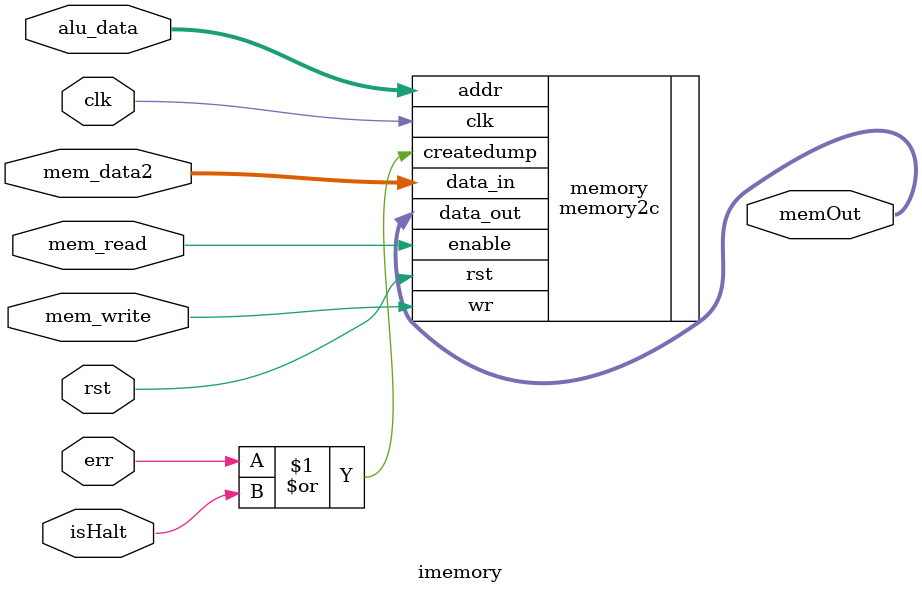
<source format=v>

module imemory (clk, rst, err, isHalt, mem_read, mem_write, mem_data2, alu_data, memOut);

  //Very basic way to access data memory and use our  outputs from  exec, and control
    input clk, rst, err, isHalt;
    input mem_read, mem_write;

    input [15:0] mem_data2, alu_data;

    output [15:0] memOut;

//Data memory
memory2c memory(.data_out(memOut), .data_in(mem_data2), .addr(alu_data), .enable(mem_read), .createdump(err|isHalt), .wr(mem_write), .clk(clk), .rst(rst));
   
endmodule

</source>
